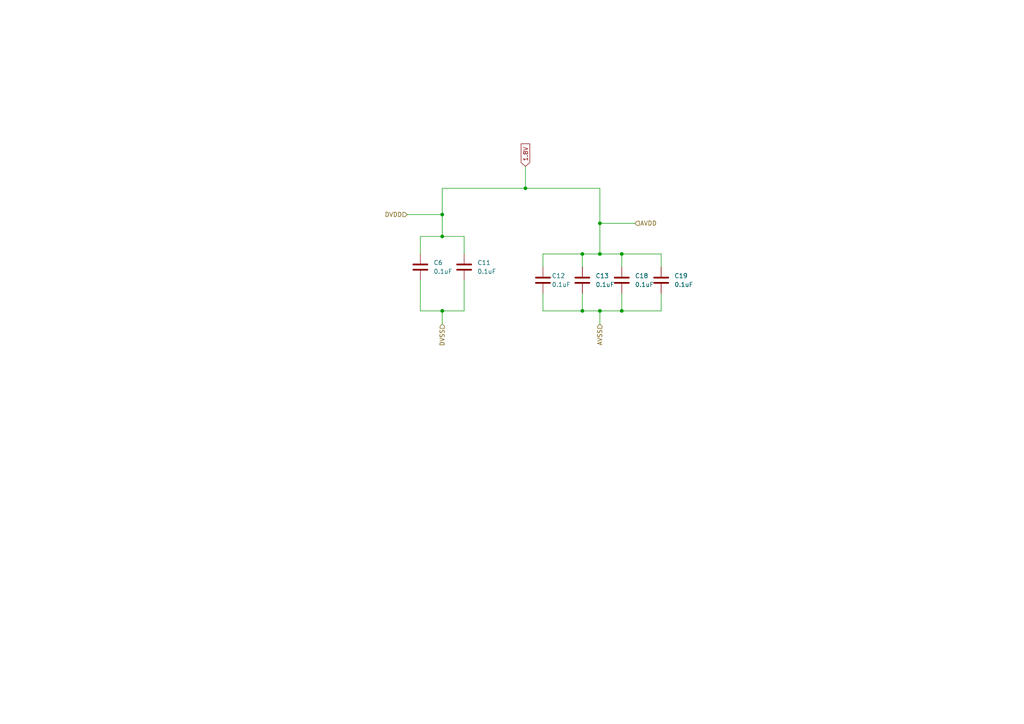
<source format=kicad_sch>
(kicad_sch (version 20231120) (generator "eeschema") (generator_version "8.0")
  (paper "A4")
  (lib_symbols
    (symbol "Device:C" (pin_numbers hide) (pin_names (offset 0.254))
      (property "Reference" "C" (at 0.635 2.54 0))
      (property "Value" "C" (at 0.635 -2.54 0))
      (symbol "C_0_1"
        (polyline (pts (xy -2.032 -0.762) (xy 2.032 -0.762)) (stroke (width 0.508)))
        (polyline (pts (xy -2.032 0.762) (xy 2.032 0.762)) (stroke (width 0.508)))
      )
      (symbol "C_1_1"
        (pin passive line (at 0 3.81 270) (length 2.794) (name "~") (number "1"))
        (pin passive line (at 0 -3.81 90) (length 2.794) (name "~") (number "2"))
      )
    )
  )
  (junction (at 128.27 68.58))
  (junction (at 173.99 73.66))
  (junction (at 173.99 90.17))
  (junction (at 173.99 64.77))
  (junction (at 168.91 90.17))
  (junction (at 180.34 90.17))
  (junction (at 152.4 54.61))
  (junction (at 128.27 62.23))
  (junction (at 128.27 90.17))
  (junction (at 180.34 73.66))
  (junction (at 168.91 73.66))
  (wire (pts (xy 128.27 90.17) (xy 134.62 90.17)))
  (wire (pts (xy 134.62 73.66) (xy 134.62 68.58)))
  (wire (pts (xy 173.99 64.77) (xy 184.15 64.77)))
  (wire (pts (xy 157.48 90.17) (xy 168.91 90.17)))
  (wire (pts (xy 173.99 73.66) (xy 180.34 73.66)))
  (wire (pts (xy 121.92 90.17) (xy 128.27 90.17)))
  (wire (pts (xy 173.99 54.61) (xy 173.99 64.77)))
  (wire (pts (xy 173.99 90.17) (xy 180.34 90.17)))
  (wire (pts (xy 134.62 81.28) (xy 134.62 90.17)))
  (wire (pts (xy 157.48 73.66) (xy 168.91 73.66)))
  (wire (pts (xy 157.48 90.17) (xy 157.48 85.09)))
  (wire (pts (xy 121.92 73.66) (xy 121.92 68.58)))
  (wire (pts (xy 128.27 54.61) (xy 152.4 54.61)))
  (wire (pts (xy 180.34 90.17) (xy 191.77 90.17)))
  (wire (pts (xy 128.27 62.23) (xy 128.27 68.58)))
  (wire (pts (xy 180.34 73.66) (xy 191.77 73.66)))
  (wire (pts (xy 168.91 73.66) (xy 173.99 73.66)))
  (wire (pts (xy 191.77 77.47) (xy 191.77 73.66)))
  (wire (pts (xy 168.91 90.17) (xy 173.99 90.17)))
  (wire (pts (xy 191.77 85.09) (xy 191.77 90.17)))
  (wire (pts (xy 180.34 77.47) (xy 180.34 73.66)))
  (wire (pts (xy 121.92 81.28) (xy 121.92 90.17)))
  (wire (pts (xy 168.91 85.09) (xy 168.91 90.17)))
  (wire (pts (xy 121.92 68.58) (xy 128.27 68.58)))
  (wire (pts (xy 173.99 64.77) (xy 173.99 73.66)))
  (wire (pts (xy 168.91 73.66) (xy 168.91 77.47)))
  (wire (pts (xy 118.11 62.23) (xy 128.27 62.23)))
  (wire (pts (xy 157.48 77.47) (xy 157.48 73.66)))
  (wire (pts (xy 128.27 54.61) (xy 128.27 62.23)))
  (wire (pts (xy 128.27 68.58) (xy 134.62 68.58)))
  (wire (pts (xy 152.4 54.61) (xy 173.99 54.61)))
  (wire (pts (xy 173.99 90.17) (xy 173.99 93.98)))
  (wire (pts (xy 128.27 90.17) (xy 128.27 93.98)))
  (wire (pts (xy 180.34 85.09) (xy 180.34 90.17)))
  (wire (pts (xy 152.4 48.26) (xy 152.4 54.61)))
  (global_label "1.8V" (shape input) (at 152.4 48.26 90) (property "Intersheetrefs" "${INTERSHEET_REFS}" (effects (hide yes))))
  (hierarchical_label "DVSS" (shape input) (at 128.27 93.98 270))
  (hierarchical_label "AVDD" (shape input) (at 184.15 64.77 0))
  (hierarchical_label "DVDD" (shape input) (at 118.11 62.23 180))
  (hierarchical_label "AVSS" (shape input) (at 173.99 93.98 270))
  (symbol (lib_id "Device:C") (at 191.77 81.28 0) (unit 1)
    (property "Reference" "C19" (at 195.58 80.0099 0) (effects (justify left)))
    (property "Value" "0.1uF" (at 195.58 82.5499 0) (effects (justify left)))
    (property "Description" "Unpolarized capacitor" (effects (hide yes)))
  )
  (symbol (lib_id "Device:C") (at 134.62 77.47 0) (unit 1)
    (property "Reference" "C11" (at 138.43 76.1999 0) (effects (justify left)))
    (property "Value" "0.1uF" (at 138.43 78.7399 0) (effects (justify left)))
    (property "Description" "Unpolarized capacitor" (effects (hide yes)))
  )
  (symbol (lib_id "Device:C") (at 121.92 77.47 0) (unit 1)
    (property "Reference" "C6" (at 125.73 76.1999 0) (effects (justify left)))
    (property "Value" "0.1uF" (at 125.73 78.7399 0) (effects (justify left)))
    (property "Description" "Unpolarized capacitor" (effects (hide yes)))
  )
  (symbol (lib_id "Device:C") (at 168.91 81.28 0) (unit 1)
    (property "Reference" "C13" (at 172.72 80.0099 0) (effects (justify left)))
    (property "Value" "0.1uF" (at 172.72 82.5499 0) (effects (justify left)))
    (property "Description" "Unpolarized capacitor" (effects (hide yes)))
  )
  (symbol (lib_id "Device:C") (at 157.48 81.28 0) (unit 1)
    (property "Reference" "C12" (at 160.02 80.0099 0) (effects (justify left)))
    (property "Value" "0.1uF" (at 160.02 82.5499 0) (effects (justify left)))
    (property "Description" "Unpolarized capacitor" (effects (hide yes)))
  )
  (symbol (lib_id "Device:C") (at 180.34 81.28 0) (unit 1)
    (property "Reference" "C18" (at 184.15 80.0099 0) (effects (justify left)))
    (property "Value" "0.1uF" (at 184.15 82.5499 0) (effects (justify left)))
    (property "Description" "Unpolarized capacitor" (effects (hide yes)))
  )
)
</source>
